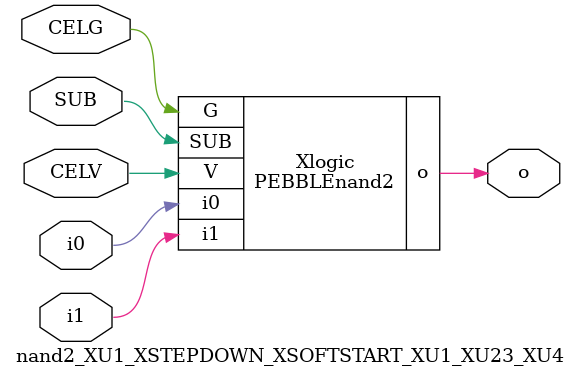
<source format=v>



module PEBBLEnand2 ( o, G, SUB, V, i0, i1 );

  input i0;
  input V;
  input i1;
  input G;
  output o;
  input SUB;
endmodule

//Celera Confidential Do Not Copy nand2_XU1_XSTEPDOWN_XSOFTSTART_XU1_XU23_XU4
//Celera Confidential Symbol Generator
//5V NAND2
module nand2_XU1_XSTEPDOWN_XSOFTSTART_XU1_XU23_XU4 (CELV,CELG,i0,i1,o,SUB);
input CELV;
input CELG;
input i0;
input i1;
input SUB;
output o;

//Celera Confidential Do Not Copy nand2
PEBBLEnand2 Xlogic(
.V (CELV),
.i0 (i0),
.i1 (i1),
.o (o),
.SUB (SUB),
.G (CELG)
);
//,diesize,PEBBLEnand2

//Celera Confidential Do Not Copy Module End
//Celera Schematic Generator
endmodule

</source>
